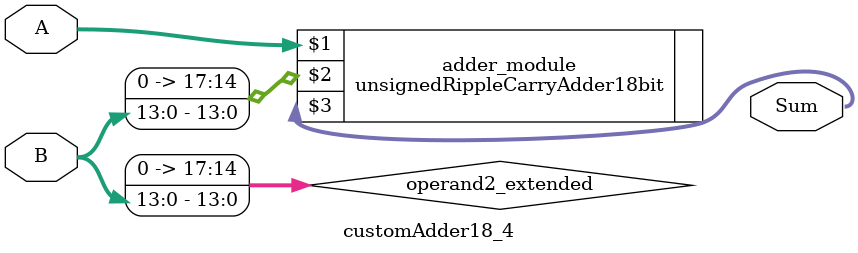
<source format=v>

module customAdder18_4(
                    input [17 : 0] A,
                    input [13 : 0] B,
                    
                    output [18 : 0] Sum
            );

    wire [17 : 0] operand2_extended;
    
    assign operand2_extended =  {4'b0, B};
    
    unsignedRippleCarryAdder18bit adder_module(
        A,
        operand2_extended,
        Sum
    );
    
endmodule
        
</source>
